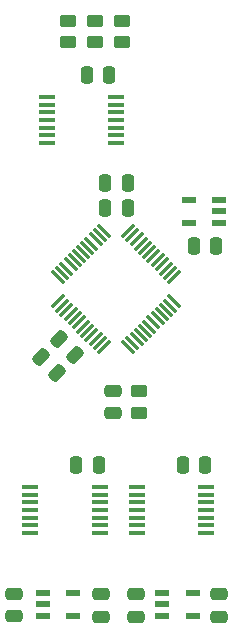
<source format=gtp>
%TF.GenerationSoftware,KiCad,Pcbnew,7.0.5*%
%TF.CreationDate,2024-03-08T07:41:00+02:00*%
%TF.ProjectId,Video DAC,56696465-6f20-4444-9143-2e6b69636164,V0*%
%TF.SameCoordinates,PX6d01460PY32de760*%
%TF.FileFunction,Paste,Top*%
%TF.FilePolarity,Positive*%
%FSLAX46Y46*%
G04 Gerber Fmt 4.6, Leading zero omitted, Abs format (unit mm)*
G04 Created by KiCad (PCBNEW 7.0.5) date 2024-03-08 07:41:00*
%MOMM*%
%LPD*%
G01*
G04 APERTURE LIST*
G04 Aperture macros list*
%AMRoundRect*
0 Rectangle with rounded corners*
0 $1 Rounding radius*
0 $2 $3 $4 $5 $6 $7 $8 $9 X,Y pos of 4 corners*
0 Add a 4 corners polygon primitive as box body*
4,1,4,$2,$3,$4,$5,$6,$7,$8,$9,$2,$3,0*
0 Add four circle primitives for the rounded corners*
1,1,$1+$1,$2,$3*
1,1,$1+$1,$4,$5*
1,1,$1+$1,$6,$7*
1,1,$1+$1,$8,$9*
0 Add four rect primitives between the rounded corners*
20,1,$1+$1,$2,$3,$4,$5,0*
20,1,$1+$1,$4,$5,$6,$7,0*
20,1,$1+$1,$6,$7,$8,$9,0*
20,1,$1+$1,$8,$9,$2,$3,0*%
%AMRotRect*
0 Rectangle, with rotation*
0 The origin of the aperture is its center*
0 $1 length*
0 $2 width*
0 $3 Rotation angle, in degrees counterclockwise*
0 Add horizontal line*
21,1,$1,$2,0,0,$3*%
G04 Aperture macros list end*
%ADD10R,1.475000X0.450000*%
%ADD11R,1.200000X0.600000*%
%ADD12R,1.150000X0.600000*%
%ADD13R,1.250000X0.600000*%
%ADD14RotRect,0.279400X1.473200X315.000000*%
%ADD15RotRect,0.279400X1.473200X225.000000*%
%ADD16RoundRect,0.250000X-0.450000X0.262500X-0.450000X-0.262500X0.450000X-0.262500X0.450000X0.262500X0*%
%ADD17RoundRect,0.250000X-0.512652X-0.159099X-0.159099X-0.512652X0.512652X0.159099X0.159099X0.512652X0*%
%ADD18RoundRect,0.250000X0.250000X0.475000X-0.250000X0.475000X-0.250000X-0.475000X0.250000X-0.475000X0*%
%ADD19RoundRect,0.250000X-0.475000X0.250000X-0.475000X-0.250000X0.475000X-0.250000X0.475000X0.250000X0*%
%ADD20RoundRect,0.250000X0.475000X-0.250000X0.475000X0.250000X-0.475000X0.250000X-0.475000X-0.250000X0*%
%ADD21RoundRect,0.250000X-0.250000X-0.475000X0.250000X-0.475000X0.250000X0.475000X-0.250000X0.475000X0*%
G04 APERTURE END LIST*
D10*
%TO.C,IC8*%
X13191000Y-40341000D03*
X13191000Y-40991000D03*
X13191000Y-41641000D03*
X13191000Y-42291000D03*
X13191000Y-42941000D03*
X13191000Y-43591000D03*
X13191000Y-44241000D03*
X19067000Y-44241000D03*
X19067000Y-43591000D03*
X19067000Y-42941000D03*
X19067000Y-42291000D03*
X19067000Y-41641000D03*
X19067000Y-40991000D03*
X19067000Y-40341000D03*
%TD*%
D11*
%TO.C,IC6*%
X5247000Y-49342000D03*
X5247000Y-50292000D03*
X5247000Y-51242000D03*
X7747000Y-51242000D03*
X7747000Y-49342000D03*
%TD*%
D10*
%TO.C,IC5*%
X4174000Y-40341000D03*
X4174000Y-40991000D03*
X4174000Y-41641000D03*
X4174000Y-42291000D03*
X4174000Y-42941000D03*
X4174000Y-43591000D03*
X4174000Y-44241000D03*
X10050000Y-44241000D03*
X10050000Y-43591000D03*
X10050000Y-42941000D03*
X10050000Y-42291000D03*
X10050000Y-41641000D03*
X10050000Y-40991000D03*
X10050000Y-40341000D03*
%TD*%
D12*
%TO.C,IC4*%
X15337000Y-49342000D03*
X15337000Y-50292000D03*
X15337000Y-51242000D03*
X17937000Y-51242000D03*
X17937000Y-49342000D03*
%TD*%
D10*
%TO.C,IC3*%
X5571000Y-7321000D03*
X5571000Y-7971000D03*
X5571000Y-8621000D03*
X5571000Y-9271000D03*
X5571000Y-9921000D03*
X5571000Y-10571000D03*
X5571000Y-11221000D03*
X11447000Y-11221000D03*
X11447000Y-10571000D03*
X11447000Y-9921000D03*
X11447000Y-9271000D03*
X11447000Y-8621000D03*
X11447000Y-7971000D03*
X11447000Y-7321000D03*
%TD*%
D13*
%TO.C,IC2*%
X20128000Y-17968000D03*
X20128000Y-17018000D03*
X20128000Y-16068000D03*
X17628000Y-16068000D03*
X17628000Y-17968000D03*
%TD*%
D14*
%TO.C,IC1*%
X16351180Y-22554890D03*
X16009931Y-22213641D03*
X15650720Y-21854430D03*
X15291510Y-21495220D03*
X14950260Y-21153970D03*
X14591050Y-20794760D03*
X14231840Y-20435550D03*
X13872630Y-20076340D03*
X13531380Y-19735090D03*
X13172170Y-19375880D03*
X12812959Y-19016669D03*
X12471710Y-18675420D03*
D15*
X10388290Y-18675420D03*
X10047041Y-19016669D03*
X9687830Y-19375880D03*
X9328620Y-19735090D03*
X8987370Y-20076340D03*
X8628160Y-20435550D03*
X8268950Y-20794760D03*
X7909740Y-21153970D03*
X7568490Y-21495220D03*
X7209280Y-21854430D03*
X6850069Y-22213641D03*
X6508820Y-22554890D03*
D14*
X6508820Y-24638310D03*
X6850069Y-24979559D03*
X7209280Y-25338770D03*
X7568490Y-25697980D03*
X7909740Y-26039230D03*
X8268950Y-26398440D03*
X8628160Y-26757650D03*
X8987370Y-27116860D03*
X9328620Y-27458110D03*
X9687830Y-27817320D03*
X10047041Y-28176531D03*
X10388290Y-28517780D03*
D15*
X12471710Y-28517780D03*
X12812959Y-28176531D03*
X13172170Y-27817320D03*
X13531380Y-27458110D03*
X13872630Y-27116860D03*
X14231840Y-26757650D03*
X14591050Y-26398440D03*
X14950260Y-26039230D03*
X15291510Y-25697980D03*
X15650720Y-25338770D03*
X16009931Y-24979559D03*
X16351180Y-24638310D03*
%TD*%
D16*
%TO.C,R1*%
X7376000Y-865500D03*
X7376000Y-2690500D03*
%TD*%
D17*
%TO.C,C2*%
X5054562Y-29311562D03*
X6398065Y-30655065D03*
%TD*%
D18*
%TO.C,C7*%
X18968000Y-38481000D03*
X17068000Y-38481000D03*
%TD*%
D16*
%TO.C,R3*%
X11948000Y-865500D03*
X11948000Y-2690500D03*
%TD*%
D19*
%TO.C,C1*%
X11176000Y-32213000D03*
X11176000Y-34113000D03*
%TD*%
D20*
%TO.C,C8*%
X2794000Y-51287000D03*
X2794000Y-49387000D03*
%TD*%
D21*
%TO.C,C13*%
X17989000Y-19939000D03*
X19889000Y-19939000D03*
%TD*%
D16*
%TO.C,R2*%
X9662000Y-865500D03*
X9662000Y-2690500D03*
%TD*%
D21*
%TO.C,C6*%
X10496000Y-14605000D03*
X12396000Y-14605000D03*
%TD*%
D17*
%TO.C,C3*%
X6578562Y-27787562D03*
X7922065Y-29131065D03*
%TD*%
D21*
%TO.C,C5*%
X10496000Y-16764000D03*
X12396000Y-16764000D03*
%TD*%
D16*
%TO.C,R4*%
X13345000Y-32234500D03*
X13345000Y-34059500D03*
%TD*%
D19*
%TO.C,C10*%
X20115000Y-49441000D03*
X20115000Y-51341000D03*
%TD*%
D18*
%TO.C,C4*%
X10840000Y-5461000D03*
X8940000Y-5461000D03*
%TD*%
%TO.C,C12*%
X9951000Y-38481000D03*
X8051000Y-38481000D03*
%TD*%
D19*
%TO.C,C11*%
X10160000Y-49419000D03*
X10160000Y-51319000D03*
%TD*%
D20*
%TO.C,C9*%
X13130000Y-51309000D03*
X13130000Y-49409000D03*
%TD*%
M02*

</source>
